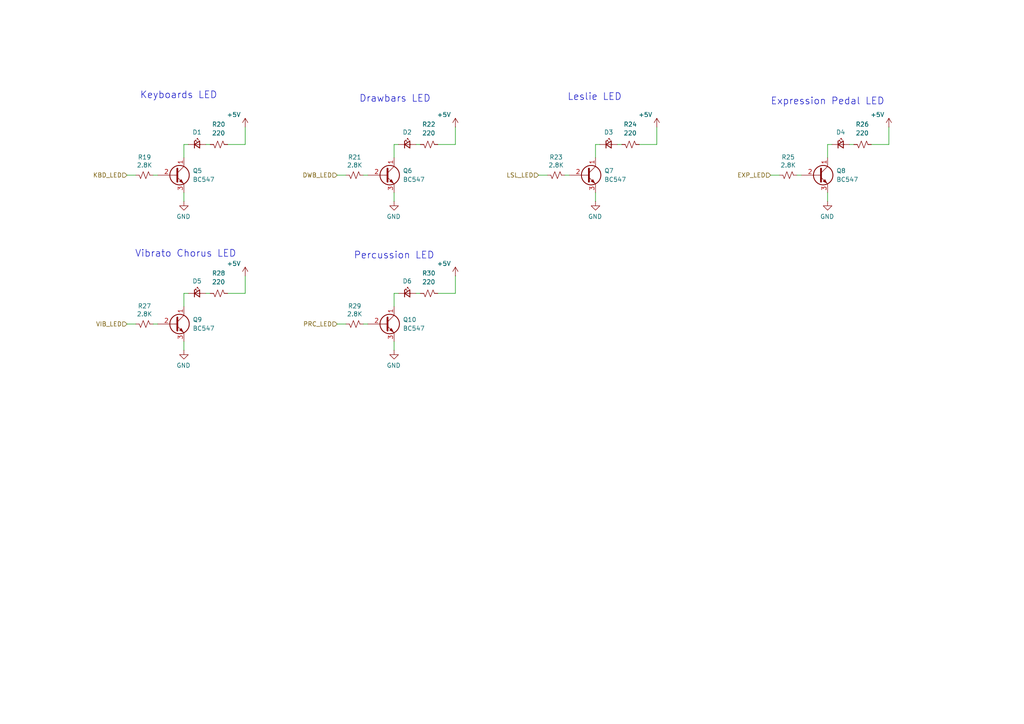
<source format=kicad_sch>
(kicad_sch (version 20231120) (generator "eeschema") (generator_version "8.0")
  (paper "A4")
  (lib_symbols
    (symbol "Device:LED_Small" (pin_numbers hide) (pin_names (offset 0.254) hide)
      (property "Reference" "D" (at -1.27 3.175 0))
      (property "Value" "LED_Small" (at -4.445 -2.54 0))
      (symbol "LED_Small_0_1"
        (polyline (pts (xy -0.762 -1.016) (xy -0.762 1.016)) (stroke (width 0.254)))
        (polyline (pts (xy 1.016 0) (xy -0.762 0)))
        (polyline (pts (xy 0.762 -1.016) (xy -0.762 0) (xy 0.762 1.016) (xy 0.762 -1.016)) (stroke (width 0.254)))
        (polyline (pts (xy 0 0.762) (xy -0.508 1.27) (xy -0.254 1.27) (xy -0.508 1.27) (xy -0.508 1.016)))
        (polyline (pts (xy 0.508 1.27) (xy 0 1.778) (xy 0.254 1.778) (xy 0 1.778) (xy 0 1.524)))
      )
      (symbol "LED_Small_1_1"
        (pin passive line (at -2.54 0 0) (length 1.778) (name "K") (number "1"))
        (pin passive line (at 2.54 0 180) (length 1.778) (name "A") (number "2"))
      )
    )
    (symbol "Device:R_Small_US" (pin_numbers hide) (pin_names (offset 0.254) hide)
      (property "Reference" "R" (at 0.762 0.508 0))
      (property "Value" "R_Small_US" (at 0.762 -1.016 0))
      (symbol "R_Small_US_1_1"
        (polyline (pts (xy 0 0) (xy 1.016 -0.381) (xy 0 -0.762) (xy -1.016 -1.143) (xy 0 -1.524)))
        (polyline (pts (xy 0 1.524) (xy 1.016 1.143) (xy 0 0.762) (xy -1.016 0.381) (xy 0 0)))
        (pin passive line (at 0 2.54 270) (length 1.016) (name "~") (number "1"))
        (pin passive line (at 0 -2.54 90) (length 1.016) (name "~") (number "2"))
      )
    )
    (symbol "Transistor_BJT:BC547" (pin_names (offset 0) hide)
      (property "Reference" "Q" (at 5.08 1.905 0))
      (property "Value" "BC547" (at 5.08 0 0))
      (symbol "BC547_0_1"
        (polyline (pts (xy 0 0) (xy 0.635 0)))
        (polyline (pts (xy 0.635 0.635) (xy 2.54 2.54)))
        (polyline (pts (xy 0.635 -0.635) (xy 2.54 -2.54) (xy 2.54 -2.54)))
        (polyline (pts (xy 0.635 1.905) (xy 0.635 -1.905) (xy 0.635 -1.905)) (stroke (width 0.508)))
        (polyline (pts (xy 1.27 -1.778) (xy 1.778 -1.27) (xy 2.286 -2.286) (xy 1.27 -1.778) (xy 1.27 -1.778)) (fill (type outline)))
        (circle (center 1.27 0) (radius 2.8194) (stroke (width 0.254)))
      )
      (symbol "BC547_1_1"
        (pin passive line (at 2.54 5.08 270) (length 2.54) (name "C") (number "1"))
        (pin input line (at -5.08 0 0) (length 5.08) (name "B") (number "2"))
        (pin passive line (at 2.54 -5.08 90) (length 2.54) (name "E") (number "3"))
      )
    )
    (symbol "power:+5V" (power) (pin_numbers hide) (pin_names (offset 0) hide)
      (property "Value" "+5V" (at 0 3.556 0))
      (symbol "+5V_0_1"
        (polyline (pts (xy -0.762 1.27) (xy 0 2.54)))
        (polyline (pts (xy 0 0) (xy 0 2.54)))
        (polyline (pts (xy 0 2.54) (xy 0.762 1.27)))
      )
      (symbol "+5V_1_1"
        (pin power_in line (at 0 0 90) (length 0) (name "~") (number "1"))
      )
    )
    (symbol "power:GND" (power) (pin_numbers hide) (pin_names (offset 0) hide)
      (property "Value" "GND" (at 0 -3.81 0))
      (symbol "GND_0_1"
        (polyline (pts (xy 0 0) (xy 0 -1.27) (xy 1.27 -1.27) (xy 0 -2.54) (xy -1.27 -1.27) (xy 0 -1.27)))
      )
      (symbol "GND_1_1"
        (pin power_in line (at 0 0 270) (length 0) (name "~") (number "1"))
      )
    )
  )
  (wire (pts (xy 173.99 41.91) (xy 172.72 41.91)))
  (wire (pts (xy 163.83 50.8) (xy 165.1 50.8)))
  (wire (pts (xy 240.03 58.42) (xy 240.03 55.88)))
  (wire (pts (xy 114.3 41.91) (xy 114.3 45.72)))
  (wire (pts (xy 54.61 85.09) (xy 53.34 85.09)))
  (wire (pts (xy 53.34 101.6) (xy 53.34 99.06)))
  (wire (pts (xy 180.34 41.91) (xy 179.07 41.91)))
  (wire (pts (xy 53.34 41.91) (xy 53.34 45.72)))
  (wire (pts (xy 39.37 93.98) (xy 36.83 93.98)))
  (wire (pts (xy 121.92 85.09) (xy 120.65 85.09)))
  (wire (pts (xy 121.92 41.91) (xy 120.65 41.91)))
  (wire (pts (xy 100.33 93.98) (xy 97.79 93.98)))
  (wire (pts (xy 132.08 85.09) (xy 127 85.09)))
  (wire (pts (xy 114.3 85.09) (xy 114.3 88.9)))
  (wire (pts (xy 105.41 50.8) (xy 106.68 50.8)))
  (wire (pts (xy 158.75 50.8) (xy 156.21 50.8)))
  (wire (pts (xy 240.03 41.91) (xy 240.03 45.72)))
  (wire (pts (xy 39.37 50.8) (xy 36.83 50.8)))
  (wire (pts (xy 132.08 41.91) (xy 127 41.91)))
  (wire (pts (xy 190.5 36.83) (xy 190.5 41.91)))
  (wire (pts (xy 231.14 50.8) (xy 232.41 50.8)))
  (wire (pts (xy 114.3 101.6) (xy 114.3 99.06)))
  (wire (pts (xy 132.08 80.01) (xy 132.08 85.09)))
  (wire (pts (xy 44.45 93.98) (xy 45.72 93.98)))
  (wire (pts (xy 257.81 41.91) (xy 252.73 41.91)))
  (wire (pts (xy 53.34 85.09) (xy 53.34 88.9)))
  (wire (pts (xy 190.5 41.91) (xy 185.42 41.91)))
  (wire (pts (xy 71.12 85.09) (xy 66.04 85.09)))
  (wire (pts (xy 241.3 41.91) (xy 240.03 41.91)))
  (wire (pts (xy 247.65 41.91) (xy 246.38 41.91)))
  (wire (pts (xy 71.12 41.91) (xy 66.04 41.91)))
  (wire (pts (xy 172.72 58.42) (xy 172.72 55.88)))
  (wire (pts (xy 257.81 36.83) (xy 257.81 41.91)))
  (wire (pts (xy 115.57 85.09) (xy 114.3 85.09)))
  (wire (pts (xy 226.06 50.8) (xy 223.52 50.8)))
  (wire (pts (xy 54.61 41.91) (xy 53.34 41.91)))
  (wire (pts (xy 115.57 41.91) (xy 114.3 41.91)))
  (wire (pts (xy 71.12 80.01) (xy 71.12 85.09)))
  (wire (pts (xy 132.08 36.83) (xy 132.08 41.91)))
  (wire (pts (xy 100.33 50.8) (xy 97.79 50.8)))
  (wire (pts (xy 60.96 85.09) (xy 59.69 85.09)))
  (wire (pts (xy 114.3 58.42) (xy 114.3 55.88)))
  (wire (pts (xy 172.72 41.91) (xy 172.72 45.72)))
  (wire (pts (xy 44.45 50.8) (xy 45.72 50.8)))
  (wire (pts (xy 105.41 93.98) (xy 106.68 93.98)))
  (wire (pts (xy 53.34 58.42) (xy 53.34 55.88)))
  (wire (pts (xy 71.12 36.83) (xy 71.12 41.91)))
  (wire (pts (xy 60.96 41.91) (xy 59.69 41.91)))
  (text "Expression Pedal LED" (at 240.03 29.464 0) (effects (font (size 2 2))))
  (text "Vibrato Chorus LED" (at 53.848 73.66 0) (effects (font (size 2 2))))
  (text "Keyboards LED" (at 51.816 27.686 0) (effects (font (size 2 2))))
  (text "Percussion LED" (at 114.3 74.168 0) (effects (font (size 2 2))))
  (text "Leslie LED" (at 172.466 28.194 0) (effects (font (size 2 2))))
  (text "Drawbars LED" (at 114.554 28.702 0) (effects (font (size 2 2))))
  (hierarchical_label "DWB_LED" (shape input) (at 97.79 50.8 180))
  (hierarchical_label "KBD_LED" (shape input) (at 36.83 50.8 180))
  (hierarchical_label "LSL_LED" (shape input) (at 156.21 50.8 180))
  (hierarchical_label "PRC_LED" (shape input) (at 97.79 93.98 180))
  (hierarchical_label "EXP_LED" (shape input) (at 223.52 50.8 180))
  (hierarchical_label "VIB_LED" (shape input) (at 36.83 93.98 180))
  (symbol (lib_id "Transistor_BJT:BC547") (at 50.8 50.8 0) (unit 1)
    (property "Reference" "Q5" (at 55.88 49.5299 0) (effects (justify left)))
    (property "Value" "BC547" (at 55.88 52.0699 0) (effects (justify left)))
    (property "Footprint" "Package_TO_SOT_THT:TO-92_Inline" (effects (hide yes)))
    (property "Datasheet" "https://fr.farnell.com/on-semiconductor/bc547cbu/transistor-bipol-npn-45v-to-92/dp/2453791?st=bc547" (effects (hide yes)))
  )
  (symbol (lib_id "power:+5V") (at 190.5 36.83 0) (mirror y) (unit 1)
    (property "Reference" "#PWR054" (effects (hide yes)))
    (property "Value" "+5V" (at 189.23 33.274 0) (effects (justify left)))
    (property "Description" "Power symbol creates a global label with name \"+5V\"" (effects (hide yes)))
  )
  (symbol (lib_id "power:GND") (at 53.34 58.42 0) (mirror y) (unit 1)
    (property "Reference" "#PWR050" (effects (hide yes)))
    (property "Value" "GND" (at 53.213 62.8142 0))
  )
  (symbol (lib_id "Device:R_Small_US") (at 182.88 41.91 270) (mirror x) (unit 1)
    (property "Reference" "R24" (at 180.848 36.068 90) (effects (justify left)))
    (property "Value" "220" (at 180.848 38.608 90) (effects (justify left)))
    (property "Description" "Resistor, small US symbol" (effects (hide yes)))
  )
  (symbol (lib_id "Device:R_Small_US") (at 102.87 93.98 90) (mirror x) (unit 1)
    (property "Reference" "R29" (at 102.87 88.773 90))
    (property "Value" "2.8K" (at 102.87 91.0844 90))
    (property "Footprint" "Resistor_SMD:R_1206_3216Metric_Pad1.30x1.75mm_HandSolder" (effects (hide yes)))
    (property "Datasheet" "https://fr.farnell.com/panasonic/erj8enf2801v/res-couche-epaisse-2-8k-1-0-25w/dp/2307588" (effects (hide yes)))
  )
  (symbol (lib_id "Device:R_Small_US") (at 124.46 41.91 270) (mirror x) (unit 1)
    (property "Reference" "R22" (at 122.428 36.068 90) (effects (justify left)))
    (property "Value" "220" (at 122.428 38.608 90) (effects (justify left)))
    (property "Description" "Resistor, small US symbol" (effects (hide yes)))
  )
  (symbol (lib_id "Device:LED_Small") (at 57.15 85.09 0) (unit 1)
    (property "Reference" "D5" (at 57.15 81.534 0))
    (property "Value" "LED_Small" (effects (hide yes)))
    (property "Description" "Light emitting diode, small symbol" (effects (hide yes)))
  )
  (symbol (lib_id "power:GND") (at 53.34 101.6 0) (mirror y) (unit 1)
    (property "Reference" "#PWR057" (effects (hide yes)))
    (property "Value" "GND" (at 53.213 105.9942 0))
  )
  (symbol (lib_id "Device:R_Small_US") (at 161.29 50.8 90) (mirror x) (unit 1)
    (property "Reference" "R23" (at 161.29 45.593 90))
    (property "Value" "2.8K" (at 161.29 47.9044 90))
    (property "Footprint" "Resistor_SMD:R_1206_3216Metric_Pad1.30x1.75mm_HandSolder" (effects (hide yes)))
    (property "Datasheet" "https://fr.farnell.com/panasonic/erj8enf2801v/res-couche-epaisse-2-8k-1-0-25w/dp/2307588" (effects (hide yes)))
  )
  (symbol (lib_id "power:+5V") (at 71.12 80.01 0) (mirror y) (unit 1)
    (property "Reference" "#PWR058" (effects (hide yes)))
    (property "Value" "+5V" (at 69.85 76.454 0) (effects (justify left)))
    (property "Description" "Power symbol creates a global label with name \"+5V\"" (effects (hide yes)))
  )
  (symbol (lib_id "Transistor_BJT:BC547") (at 170.18 50.8 0) (unit 1)
    (property "Reference" "Q7" (at 175.26 49.5299 0) (effects (justify left)))
    (property "Value" "BC547" (at 175.26 52.0699 0) (effects (justify left)))
    (property "Footprint" "Package_TO_SOT_THT:TO-92_Inline" (effects (hide yes)))
    (property "Datasheet" "https://fr.farnell.com/on-semiconductor/bc547cbu/transistor-bipol-npn-45v-to-92/dp/2453791?st=bc547" (effects (hide yes)))
  )
  (symbol (lib_id "Device:R_Small_US") (at 63.5 41.91 270) (mirror x) (unit 1)
    (property "Reference" "R20" (at 61.468 36.068 90) (effects (justify left)))
    (property "Value" "220" (at 61.468 38.608 90) (effects (justify left)))
    (property "Description" "Resistor, small US symbol" (effects (hide yes)))
  )
  (symbol (lib_id "power:GND") (at 114.3 58.42 0) (mirror y) (unit 1)
    (property "Reference" "#PWR051" (effects (hide yes)))
    (property "Value" "GND" (at 114.173 62.8142 0))
  )
  (symbol (lib_id "Device:R_Small_US") (at 41.91 93.98 90) (mirror x) (unit 1)
    (property "Reference" "R27" (at 41.91 88.773 90))
    (property "Value" "2.8K" (at 41.91 91.0844 90))
    (property "Footprint" "Resistor_SMD:R_1206_3216Metric_Pad1.30x1.75mm_HandSolder" (effects (hide yes)))
    (property "Datasheet" "https://fr.farnell.com/panasonic/erj8enf2801v/res-couche-epaisse-2-8k-1-0-25w/dp/2307588" (effects (hide yes)))
  )
  (symbol (lib_id "Transistor_BJT:BC547") (at 111.76 93.98 0) (unit 1)
    (property "Reference" "Q10" (at 116.84 92.7099 0) (effects (justify left)))
    (property "Value" "BC547" (at 116.84 95.2499 0) (effects (justify left)))
    (property "Footprint" "Package_TO_SOT_THT:TO-92_Inline" (effects (hide yes)))
    (property "Datasheet" "https://fr.farnell.com/on-semiconductor/bc547cbu/transistor-bipol-npn-45v-to-92/dp/2453791?st=bc547" (effects (hide yes)))
  )
  (symbol (lib_id "power:+5V") (at 71.12 36.83 0) (mirror y) (unit 1)
    (property "Reference" "#PWR049" (effects (hide yes)))
    (property "Value" "+5V" (at 69.85 33.274 0) (effects (justify left)))
    (property "Description" "Power symbol creates a global label with name \"+5V\"" (effects (hide yes)))
  )
  (symbol (lib_id "Transistor_BJT:BC547") (at 111.76 50.8 0) (unit 1)
    (property "Reference" "Q6" (at 116.84 49.5299 0) (effects (justify left)))
    (property "Value" "BC547" (at 116.84 52.0699 0) (effects (justify left)))
    (property "Footprint" "Package_TO_SOT_THT:TO-92_Inline" (effects (hide yes)))
    (property "Datasheet" "https://fr.farnell.com/on-semiconductor/bc547cbu/transistor-bipol-npn-45v-to-92/dp/2453791?st=bc547" (effects (hide yes)))
  )
  (symbol (lib_id "power:+5V") (at 132.08 80.01 0) (mirror y) (unit 1)
    (property "Reference" "#PWR060" (effects (hide yes)))
    (property "Value" "+5V" (at 130.81 76.454 0) (effects (justify left)))
    (property "Description" "Power symbol creates a global label with name \"+5V\"" (effects (hide yes)))
  )
  (symbol (lib_id "Device:LED_Small") (at 57.15 41.91 0) (unit 1)
    (property "Reference" "D1" (at 57.15 38.354 0))
    (property "Value" "LED_Small" (effects (hide yes)))
    (property "Description" "Light emitting diode, small symbol" (effects (hide yes)))
  )
  (symbol (lib_id "Transistor_BJT:BC547") (at 50.8 93.98 0) (unit 1)
    (property "Reference" "Q9" (at 55.88 92.7099 0) (effects (justify left)))
    (property "Value" "BC547" (at 55.88 95.2499 0) (effects (justify left)))
    (property "Footprint" "Package_TO_SOT_THT:TO-92_Inline" (effects (hide yes)))
    (property "Datasheet" "https://fr.farnell.com/on-semiconductor/bc547cbu/transistor-bipol-npn-45v-to-92/dp/2453791?st=bc547" (effects (hide yes)))
  )
  (symbol (lib_id "power:+5V") (at 132.08 36.83 0) (mirror y) (unit 1)
    (property "Reference" "#PWR052" (effects (hide yes)))
    (property "Value" "+5V" (at 130.81 33.274 0) (effects (justify left)))
    (property "Description" "Power symbol creates a global label with name \"+5V\"" (effects (hide yes)))
  )
  (symbol (lib_id "Device:R_Small_US") (at 63.5 85.09 270) (mirror x) (unit 1)
    (property "Reference" "R28" (at 61.468 79.248 90) (effects (justify left)))
    (property "Value" "220" (at 61.468 81.788 90) (effects (justify left)))
    (property "Description" "Resistor, small US symbol" (effects (hide yes)))
  )
  (symbol (lib_id "power:GND") (at 172.72 58.42 0) (mirror y) (unit 1)
    (property "Reference" "#PWR053" (effects (hide yes)))
    (property "Value" "GND" (at 172.593 62.8142 0))
  )
  (symbol (lib_id "power:+5V") (at 257.81 36.83 0) (mirror y) (unit 1)
    (property "Reference" "#PWR056" (effects (hide yes)))
    (property "Value" "+5V" (at 256.54 33.274 0) (effects (justify left)))
    (property "Description" "Power symbol creates a global label with name \"+5V\"" (effects (hide yes)))
  )
  (symbol (lib_id "power:GND") (at 114.3 101.6 0) (mirror y) (unit 1)
    (property "Reference" "#PWR059" (effects (hide yes)))
    (property "Value" "GND" (at 114.173 105.9942 0))
  )
  (symbol (lib_id "Device:LED_Small") (at 176.53 41.91 0) (unit 1)
    (property "Reference" "D3" (at 176.53 38.354 0))
    (property "Value" "LED_Small" (effects (hide yes)))
    (property "Description" "Light emitting diode, small symbol" (effects (hide yes)))
  )
  (symbol (lib_id "Device:R_Small_US") (at 228.6 50.8 90) (mirror x) (unit 1)
    (property "Reference" "R25" (at 228.6 45.593 90))
    (property "Value" "2.8K" (at 228.6 47.9044 90))
    (property "Footprint" "Resistor_SMD:R_1206_3216Metric_Pad1.30x1.75mm_HandSolder" (effects (hide yes)))
    (property "Datasheet" "https://fr.farnell.com/panasonic/erj8enf2801v/res-couche-epaisse-2-8k-1-0-25w/dp/2307588" (effects (hide yes)))
  )
  (symbol (lib_id "Device:R_Small_US") (at 250.19 41.91 270) (mirror x) (unit 1)
    (property "Reference" "R26" (at 248.158 36.068 90) (effects (justify left)))
    (property "Value" "220" (at 248.158 38.608 90) (effects (justify left)))
    (property "Description" "Resistor, small US symbol" (effects (hide yes)))
  )
  (symbol (lib_id "Device:R_Small_US") (at 102.87 50.8 90) (mirror x) (unit 1)
    (property "Reference" "R21" (at 102.87 45.593 90))
    (property "Value" "2.8K" (at 102.87 47.9044 90))
    (property "Footprint" "Resistor_SMD:R_1206_3216Metric_Pad1.30x1.75mm_HandSolder" (effects (hide yes)))
    (property "Datasheet" "https://fr.farnell.com/panasonic/erj8enf2801v/res-couche-epaisse-2-8k-1-0-25w/dp/2307588" (effects (hide yes)))
  )
  (symbol (lib_id "Device:LED_Small") (at 118.11 85.09 0) (unit 1)
    (property "Reference" "D6" (at 118.11 81.534 0))
    (property "Value" "LED_Small" (effects (hide yes)))
    (property "Description" "Light emitting diode, small symbol" (effects (hide yes)))
  )
  (symbol (lib_id "Transistor_BJT:BC547") (at 237.49 50.8 0) (unit 1)
    (property "Reference" "Q8" (at 242.57 49.5299 0) (effects (justify left)))
    (property "Value" "BC547" (at 242.57 52.0699 0) (effects (justify left)))
    (property "Footprint" "Package_TO_SOT_THT:TO-92_Inline" (effects (hide yes)))
    (property "Datasheet" "https://fr.farnell.com/on-semiconductor/bc547cbu/transistor-bipol-npn-45v-to-92/dp/2453791?st=bc547" (effects (hide yes)))
  )
  (symbol (lib_id "Device:LED_Small") (at 118.11 41.91 0) (unit 1)
    (property "Reference" "D2" (at 118.11 38.354 0))
    (property "Value" "LED_Small" (effects (hide yes)))
    (property "Description" "Light emitting diode, small symbol" (effects (hide yes)))
  )
  (symbol (lib_id "Device:R_Small_US") (at 41.91 50.8 90) (mirror x) (unit 1)
    (property "Reference" "R19" (at 41.91 45.593 90))
    (property "Value" "2.8K" (at 41.91 47.9044 90))
    (property "Footprint" "Resistor_SMD:R_1206_3216Metric_Pad1.30x1.75mm_HandSolder" (effects (hide yes)))
    (property "Datasheet" "https://fr.farnell.com/panasonic/erj8enf2801v/res-couche-epaisse-2-8k-1-0-25w/dp/2307588" (effects (hide yes)))
  )
  (symbol (lib_id "Device:LED_Small") (at 243.84 41.91 0) (unit 1)
    (property "Reference" "D4" (at 243.84 38.354 0))
    (property "Value" "LED_Small" (effects (hide yes)))
    (property "Description" "Light emitting diode, small symbol" (effects (hide yes)))
  )
  (symbol (lib_id "power:GND") (at 240.03 58.42 0) (mirror y) (unit 1)
    (property "Reference" "#PWR055" (effects (hide yes)))
    (property "Value" "GND" (at 239.903 62.8142 0))
  )
  (symbol (lib_id "Device:R_Small_US") (at 124.46 85.09 270) (mirror x) (unit 1)
    (property "Reference" "R30" (at 122.428 79.248 90) (effects (justify left)))
    (property "Value" "220" (at 122.428 81.788 90) (effects (justify left)))
    (property "Description" "Resistor, small US symbol" (effects (hide yes)))
  )
)
</source>
